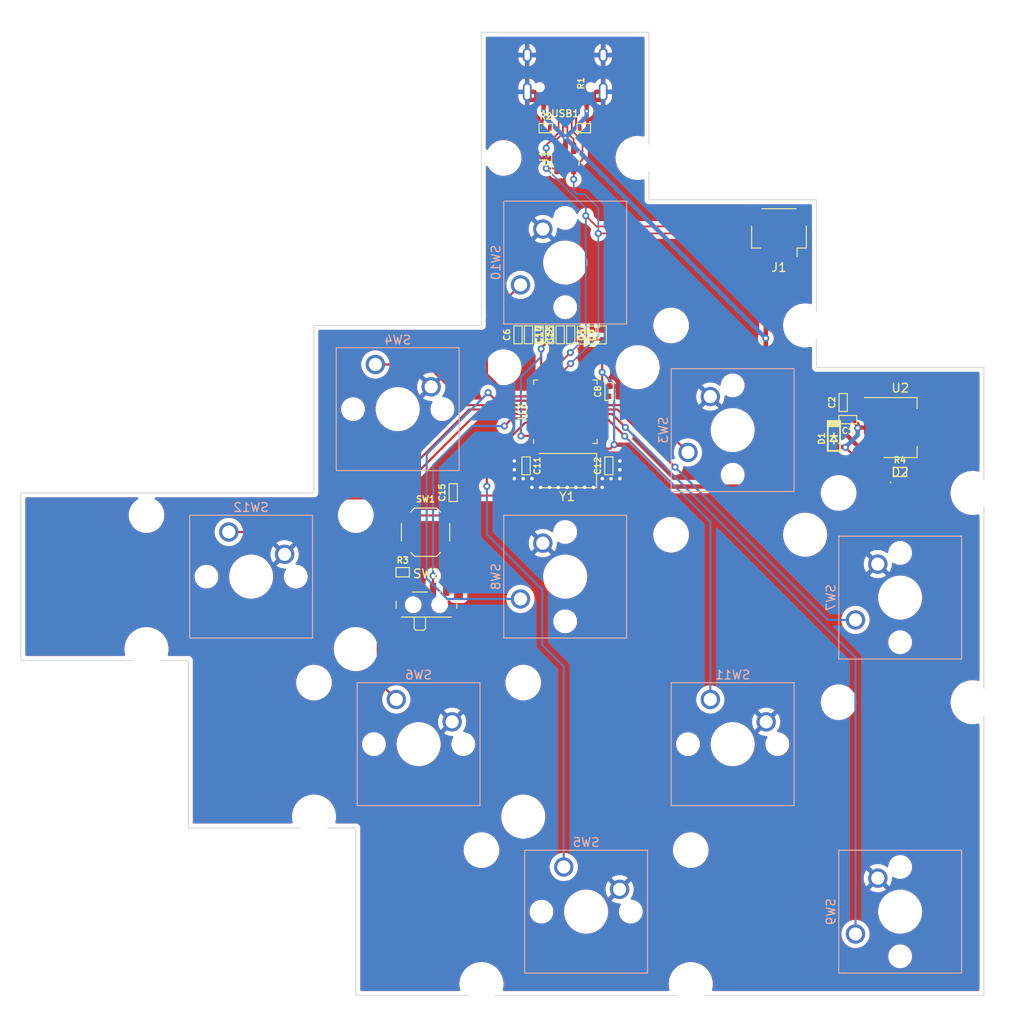
<source format=kicad_pcb>
(kicad_pcb (version 20211014) (generator pcbnew)
  (layers (0 "F.Cu" signal) (31 "B.Cu" signal) (34 "B.Paste" user) (35 "F.Paste" user) (36 "B.SilkS" user "B.Silkscreen") (37 "F.SilkS" user "F.Silkscreen") (38 "B.Mask" user) (39 "F.Mask" user) (44 "Edge.Cuts" user))
  (net 0 "")
  (net 1 "GND")
  (net 2 "+5V")
  (net 3 "Net-(C2-Pad1)")
  (net 4 "+3.3VA")
  (net 5 "/V_CAP")
  (net 6 "/CLK_IN")
  (net 7 "/CLK_OUT")
  (net 8 "/RST")
  (net 9 "/D1+")
  (net 10 "/D1-")
  (net 11 "Net-(R1-Pad2)")
  (net 12 "Net-(R2-Pad2)")
  (net 13 "Net-(R3-Pad2)")
  (net 14 "/BOOT")
  (net 15 "SW_1")
  (net 16 "SW_6")
  (net 17 "SW_7")
  (net 18 "SW_2")
  (net 19 "SW_8")
  (net 20 "SW_3")
  (net 21 "SW_9")
  (net 22 "SW_4")
  (net 23 "SW_10")
  (net 24 "SW_5")
  (net 50 "Net-(D2-Pad2)")
  (footprint "Keebio-Parts:C_0402" (layer "F.Cu") (at 154.21 79.65 90)
    (fp_text reference "C9")
    (fp_text value "0.1u")
  )
  (footprint "Keebio-Parts:HRO-TYPE-C-31-M-12-Assembly" (layer "F.Cu") (at 154.78125 45.2375 180)
    (fp_text reference "USB1")
    (fp_text value "C167321")
  )
  (footprint "Keebio-Parts:R_0402" (layer "F.Cu") (at 152.575 56.15)
    (fp_text reference "R2")
    (fp_text value "5.1k")
  )
  (footprint "Package_DFN_QFN:QFN-48-1EP_7x7mm_P0.5mm_EP5.6x5.6mm" (layer "F.Cu") (at 154.8 88.4 90)
    (fp_text reference "U3")
    (fp_text value "STM32F411CEUx")
  )
  (footprint "Keebio-Parts:C_0402" (layer "F.Cu") (at 158.99 79.67 90)
    (fp_text reference "C3")
    (fp_text value "4.7u")
  )
  (footprint "Keebio-Parts:C_0402" (layer "F.Cu") (at 155.41 79.65 -90)
    (fp_text reference "C5")
    (fp_text value "0.1u")
  )
  (footprint "Diode_SMD:D_0402_1005Metric" (layer "F.Cu") (at 192.88125 96.440625)
    (fp_text reference "D2")
    (fp_text value "LED")
  )
  (footprint "Keebio-Parts:C_0402" (layer "F.Cu") (at 142.05 97.6 90)
    (fp_text reference "C15")
    (fp_text value "0.1u")
  )
  (footprint "Connector_JST:JST_SH_SM04B-SRSS-TB_1x04-1MP_P1.00mm_Horizontal" (layer "F.Cu") (at 179.1 68 180)
    (fp_text reference "J1")
    (fp_text value "JST")
  )
  (footprint "Keebio-Parts:C_0402" (layer "F.Cu") (at 150.33 94.55 -90)
    (fp_text reference "C11")
    (fp_text value "30p")
  )
  (footprint "Keebio-Parts:C_0402" (layer "F.Cu") (at 186.928125 89.296875 180)
    (fp_text reference "C1")
    (fp_text value "22u")
  )
  (footprint "Keebio-Parts:SW_SPST_TL3342" (layer "F.Cu") (at 138.9 102.1)
    (fp_text reference "SW1")
    (fp_text value "SW_Push")
  )
  (footprint "Keebio-Parts:C_0402" (layer "F.Cu") (at 157.81 79.67 90)
    (fp_text reference "C4")
    (fp_text value "4.7u")
  )
  (footprint "Keebio-Parts:C_0402" (layer "F.Cu") (at 149.425 79.65 90)
    (fp_text reference "C6")
    (fp_text value "0.1u")
  )
  (footprint "Keebio-Parts:C_0402" (layer "F.Cu") (at 159.75 94.55 90)
    (fp_text reference "C12")
    (fp_text value "30p")
  )
  (footprint "Keebio-Parts:C_0402" (layer "F.Cu") (at 150.61 79.65 -90)
    (fp_text reference "C14")
    (fp_text value "0.1u")
  )
  (footprint "Keebio-Parts:C_0402" (layer "F.Cu") (at 159.775 86.1 90)
    (fp_text reference "C8")
    (fp_text value "4.7u")
  )
  (footprint "Keebio-Parts:C_0402" (layer "F.Cu") (at 151.81 79.65 -90)
    (fp_text reference "C13")
    (fp_text value "0.1u")
  )
  (footprint "Keebio-Parts:D_0805" (layer "F.Cu") (at 185.35 91.45 -90)
    (fp_text reference "D1")
    (fp_text value "D_Small" hide)
  )
  (footprint "Button_Switch_SMD:SW_SPDT_PCM12" (layer "F.Cu") (at 139 110.025)
    (fp_text reference "SW2")
    (fp_text value "SW_SPST")
  )
  (footprint "Crystal:Crystal_SMD_0603-2Pin_6.0x3.5mm" (layer "F.Cu") (at 155 95.1 180)
    (fp_text reference "Y1")
    (fp_text value "Crystal")
  )
  (footprint "Package_TO_SOT_SMD:SOT-223-3_TabPin2" (layer "F.Cu") (at 192.9 90.2)
    (fp_text reference "U2")
    (fp_text value "AMS1117")
  )
  (footprint "Keebio-Parts:C_0402" (layer "F.Cu") (at 156.63 79.69 -90)
    (fp_text reference "C7")
    (fp_text value "0.1u")
  )
  (footprint "Keebio-Parts:C_0402" (layer "F.Cu") (at 186.4 87.35 90)
    (fp_text reference "C2")
    (fp_text value "10u")
  )
  (footprint "Keebio-Parts:C_0402" (layer "F.Cu") (at 153.01 79.65 90)
    (fp_text reference "C10")
    (fp_text value "0.1u")
  )
  (footprint "Keebio-Parts:R_0402" (layer "F.Cu") (at 136.3 106.65)
    (fp_text reference "R3")
    (fp_text value "10k")
  )
  (footprint "Package_TO_SOT_SMD:SOT-23-6" (layer "F.Cu") (at 154.8 59.5875 90)
    (fp_text reference "U1")
    (fp_text value "SRV05-4")
  )
  (footprint "Keebio-Parts:R_0402" (layer "F.Cu") (at 192.84625 95.25)
    (fp_text reference "R4")
    (fp_text value "370")
  )
  (footprint "Keebio-Parts:R_0402" (layer "F.Cu") (at 156.9 56.15 180)
    (fp_text reference "R1")
    (fp_text value "5.1k")
  )
  (footprint "Button_Switch_Keyboard:SW_Cherry_MX_2.75u_PCB" (layer "B.Cu") (at 187.80125 112.0775 -90)
    (fp_text reference "SW7")
    (fp_text value "CherryMX_2.75u_PCB_StabWireBottom")
  )
  (footprint "Button_Switch_Keyboard:SW_Cherry_MX_1.00u_PCB" (layer "B.Cu") (at 171.29125 121.12625 180)
    (fp_text reference "SW11")
    (fp_text value "CherryMX_1.00u_PCB")
  )
  (footprint "Button_Switch_Keyboard:SW_Cherry_MX_2.75u_PCB" (layer "B.Cu") (at 154.6225 140.17625 180)
    (fp_text reference "SW5")
    (fp_text value "CherryMX_2.75u_PCB_StabWireBottom")
  )
  (footprint "Button_Switch_Keyboard:SW_Cherry_MX_1.00u_PCB" (layer "B.Cu") (at 149.70125 109.69625 -90)
    (fp_text reference "SW8")
    (fp_text value "CherryMX_1.00u_PCB")
  )
  (footprint "Button_Switch_Keyboard:SW_Cherry_MX_2.75u_PCB" (layer "B.Cu") (at 149.70125 73.9775 -90)
    (fp_text reference "SW10")
    (fp_text value "CherryMX_2.75u_PCB_StabWireBottom")
  )
  (footprint "Button_Switch_Keyboard:SW_Cherry_MX_2.75u_PCB" (layer "B.Cu") (at 135.5725 121.12625 180)
    (fp_text reference "SW6")
    (fp_text value "CherryMX_2.75u_PCB_StabWireBottom")
  )
  (footprint "Button_Switch_Keyboard:SW_Cherry_MX_2.75u_PCB" (layer "B.Cu") (at 116.5225 102.07625 180)
    (fp_text reference "SW12")
    (fp_text value "CherryMX_2.75u_PCB_StabWireBottom")
  )
  (footprint "Button_Switch_Keyboard:SW_Cherry_MX_2.75u_PCB" (layer "B.Cu") (at 168.75125 93.0275 -90)
    (fp_text reference "SW3")
    (fp_text value "CherryMX_2.75u_PCB_StabWireBottom")
  )
  (footprint "Button_Switch_Keyboard:SW_Cherry_MX_1.00u_PCB" (layer "B.Cu") (at 187.80125 147.79625 -90)
    (fp_text reference "SW9")
    (fp_text value "CherryMX_1.00u_PCB")
  )
  (footprint "Button_Switch_Keyboard:SW_Cherry_MX_1.00u_PCB" (layer "B.Cu") (at 133.19125 83.02625 180)
    (fp_text reference "SW4")
    (fp_text value "CherryMX_1.00u_PCB")
  )
  (gr_line (start 111.91875 135.73125) (end 130.96875 135.73125) (layer "Edge.Cuts") (width 0.1))
  (gr_line (start 164.30625 64.29375) (end 164.30625 45.24375) (layer "Edge.Cuts") (width 0.1))
  (gr_line (start 202.40625 154.78125) (end 202.40625 83.34375) (layer "Edge.Cuts") (width 0.1))
  (gr_line (start 164.30625 45.24375) (end 145.25625 45.24375) (layer "Edge.Cuts") (width 0.1))
  (gr_line (start 145.25625 45.24375) (end 145.25625 78.58125) (layer "Edge.Cuts") (width 0.1))
  (gr_line (start 183.35625 83.34375) (end 183.35625 64.29375) (layer "Edge.Cuts") (width 0.1))
  (gr_line (start 130.96875 154.78125) (end 202.40625 154.78125) (layer "Edge.Cuts") (width 0.1))
  (gr_line (start 126.20625 78.58125) (end 126.20625 97.63125) (layer "Edge.Cuts") (width 0.1))
  (gr_line (start 145.25625 78.58125) (end 126.20625 78.58125) (layer "Edge.Cuts") (width 0.1))
  (gr_line (start 92.86875 116.68125) (end 111.91875 116.68125) (layer "Edge.Cuts") (width 0.1))
  (gr_line (start 130.96875 135.73125) (end 130.96875 154.78125) (layer "Edge.Cuts") (width 0.1))
  (gr_line (start 126.20625 97.63125) (end 92.86875 97.63125) (layer "Edge.Cuts") (width 0.1))
  (gr_line (start 111.91875 116.68125) (end 111.91875 135.73125) (layer "Edge.Cuts") (width 0.1))
  (gr_line (start 92.86875 97.63125) (end 92.86875 116.68125) (layer "Edge.Cuts") (width 0.1))
  (gr_line (start 202.40625 83.34375) (end 183.35625 83.34375) (layer "Edge.Cuts") (width 0.1))
  (gr_line (start 183.35625 64.29375) (end 164.30625 64.29375) (layer "Edge.Cuts") (width 0.1))
  (segment (start 157.05 86.15) (end 154.8 88.4) (width 0.25) (layer "F.Cu") (net 1))
  (segment (start 152.55 84.9625) (end 152.55 86.15) (width 0.25) (layer "F.Cu") (net 1))
  (segment (start 155.55 91.8375) (end 155.55 89.15) (width 0.25) (layer "F.Cu") (net 1))
  (segment (start 155.55 89.15) (end 154.8 88.4) (width 0.25) (layer "F.Cu") (net 1))
  (segment (start 152.55 90.65) (end 154.8 88.4) (width 0.25) (layer "F.Cu") (net 1))
  (segment (start 158.2375 86.15) (end 157.05 86.15) (width 0.25) (layer "F.Cu") (net 1))
  (segment (start 152.55 86.15) (end 154.8 88.4) (width 0.25) (layer "F.Cu") (net 1))
  (segment (start 158.2375 86.15) (end 159.175 86.15) (width 0.25) (layer "F.Cu") (net 1))
  (segment (start 159.175 86.15) (end 159.775 85.55) (width 0.25) (layer "F.Cu") (net 1))
  (segment (start 151.3625 90.65) (end 152.55 90.65) (width 0.25) (layer "F.Cu") (net 1))
  (via (at 155 97) (size 0.8) (drill 0.4) (layers "F.Cu" "B.Cu") (net 1))
  (via (at 152 97) (size 0.8) (drill 0.4) (layers "F.Cu" "B.Cu") (net 1))
  (via (at 154 97) (size 0.8) (drill 0.4) (layers "F.Cu" "B.Cu") (net 1))
  (via (at 158 97) (size 0.8) (drill 0.4) (layers "F.Cu" "B.Cu") (net 1))
  (via (at 151 97) (size 0.8) (drill 0.4) (layers "F.Cu" "B.Cu") (net 1))
  (via (at 159 96) (size 0.8) (drill 0.4) (layers "F.Cu" "B.Cu") (net 1))
  (via (at 149 96) (size 0.8) (drill 0.4) (layers "F.Cu" "B.Cu") (net 1))
  (via (at 150 96) (size 0.8) (drill 0.4) (layers "F.Cu" "B.Cu") (net 1))
  (via (at 153 97) (size 0.8) (drill 0.4) (layers "F.Cu" "B.Cu") (net 1))
  (via (at 149 95) (size 0.8) (drill 0.4) (layers "F.Cu" "B.Cu") (net 1))
  (via (at 161 95) (size 0.8) (drill 0.4) (layers "F.Cu" "B.Cu") (net 1))
  (via (at 151 96) (size 0.8) (drill 0.4) (layers "F.Cu" "B.Cu") (net 1))
  (via (at 159 97) (size 0.8) (drill 0.4) (layers "F.Cu" "B.Cu") (net 1))
  (via (at 157 97) (size 0.8) (drill 0.4) (layers "F.Cu" "B.Cu") (net 1))
  (via (at 161 96) (size 0.8) (drill 0.4) (layers "F.Cu" "B.Cu") (net 1))
  (via (at 149 94) (size 0.8) (drill 0.4) (layers "F.Cu" "B.Cu") (net 1))
  (via (at 156 97) (size 0.8) (drill 0.4) (layers "F.Cu" "B.Cu") (net 1))
  (via (at 161 94) (size 0.8) (drill 0.4) (layers "F.Cu" "B.Cu") (net 1))
  (via (at 160 96) (size 0.8) (drill 0.4) (layers "F.Cu" "B.Cu") (net 1))
  (segment (start 157.23125 52.9325) (end 157.23125 54.21875) (width 0.5) (layer "F.Cu") (net 2))
  (segment (start 185.35 90.5) (end 177.6 82.75) (width 0.5) (layer "F.Cu") (net 2))
  (segment (start 189.75 92.5) (end 188.25 92.5) (width 0.5) (layer "F.Cu") (net 2))
  (segment (start 154.8 58.45) (end 154.8 57.3) (width 0.5) (layer "F.Cu") (net 2))
  (segment (start 186.25 90.5) (end 185.35 90.5) (width 0.5) (layer "F.Cu") (net 2))
  (segment (start 177.6 79.177151) (end 177.6 82.75) (width 0.5) (layer "F.Cu") (net 2))
  (segment (start 188.25 92.5) (end 186.25 90.5) (width 0.5) (layer "F.Cu") (net 2))
  (segment (start 189.35 92.1) (end 189.75 92.5) (width 0.25) (layer "F.Cu") (net 2))
  (segment (start 152.325 52.93875) (end 152.325 54.225) (width 0.5) (layer "F.Cu") (net 2))
  (segment (start 177.6 82.75) (end 177.6 70) (width 0.5) (layer "F.Cu") (net 2))
  (via (at 152.325 54.225) (size 0.5) (drill 0.25) (layers "F.Cu" "B.Cu") (net 2))
  (via (at 177.6 80.05) (size 0.8) (drill 0.4) (layers "F.Cu" "B.Cu") (net 2))
  (via (at 154.8 57.25) (size 0.5) (drill 0.25) (layers "F.Cu" "B.Cu") (net 2))
  (via (at 157.23125 54.21875) (size 0.5) (drill 0.25) (layers "F.Cu" "B.Cu") (net 2))
  (segment (start 154.8 57.25) (end 177.6 80.05) (width 0.5) (layer "B.Cu") (net 2))
  (segment (start 152.325 54.775) (end 154.8 57.25) (width 0.5) (layer "B.Cu") (net 2))
  (segment (start 157.23125 54.21875) (end 157.23125 54.81875) (width 0.5) (layer "B.Cu") (net 2))
  (segment (start 152.325 54.225) (end 152.325 54.775) (width 0.5) (layer "B.Cu") (net 2))
  (segment (start 152.33125 54.21875) (end 152.325 54.225) (width 0.5) (layer "B.Cu") (net 2))
  (segment (start 157.23125 54.81875) (end 154.8 57.25) (width 0.5) (layer "B.Cu") (net 2))
  (segment (start 189.75 87.9) (end 186.4 87.9) (width 0.5) (layer "F.Cu") (net 3))
  (segment (start 158.99 80.22) (end 158.99 83.91) (width 0.25) (layer "F.Cu") (net 4))
  (segment (start 188.1 90.2) (end 188.05 90.25) (width 0.5) (layer "F.Cu") (net 4))
  (segment (start 156.05 91.8375) (end 156.05 92.322328) (width 0.25) (layer "F.Cu") (net 4))
  (segment (start 154.21 80.2) (end 154.31 80.2) (width 0.25) (layer "F.Cu") (net 4))
  (segment (start 189.75 90.2) (end 188.1 90.2) (width 0.5) (layer "F.Cu") (net 4))
  (segment (start 149.51 80.2) (end 150.61 79.1) (width 0.25) (layer "F.Cu") (net 4))
  (segment (start 152.05 81.25) (end 152.05 81.16) (width 0.25) (layer "F.Cu") (net 4))
  (segment (start 159.9 92.6) (end 160.35 92.15) (width 0.25) (layer "F.Cu") (net 4))
  (segment (start 188.05 90.25) (end 188.05 89.86875) (width 0.5) (layer "F.Cu") (net 4))
  (segment (start 159.85 92.6) (end 159.9 92.6) (width 0.25) (layer "F.Cu") (net 4))
  (segment (start 161.95 92.15) (end 160.35 92.15) (width 0.5) (layer "F.Cu") (net 4))
  (segment (start 180.832979 96.917021) (end 166.717021 96.917021) (width 0.5) (layer "F.Cu") (net 4))
  (segment (start 155.45 79.14) (end 155.41 79.1) (width 0.25) (layer "F.Cu") (net 4))
  (segment (start 157.71 80.22) (end 156.63 79.14) (width 0.25) (layer "F.Cu") (net 4))
  (segment (start 185.35 92.4) (end 180.832979 96.917021) (width 0.5) (layer "F.Cu") (net 4))
  (segment (start 156.327672 92.6) (end 159.85 92.6) (width 0.25) (layer "F.Cu") (net 4))
  (segment (start 156.63 79.14) (end 155.45 79.14) (width 0.25) (layer "F.Cu") (net 4))
  (segment (start 150.61 79.1) (end 151.81 79.1) (width 0.25) (layer "F.Cu") (net 4))
  (segment (start 153.01 80.2) (end 152.91 80.2) (width 0.25) (layer "F.Cu") (net 4))
  (segment (start 153.01 80.2) (end 154.21 80.2) (width 0.25) (layer "F.Cu") (net 4))
  (segment (start 151.3625 91.15) (end 149.75 91.15) (width 0.25) (layer "F.Cu") (net 4))
  (segment (start 192.39625 95.25) (end 189.45 95.25) (width 0.25) (layer "F.Cu") (net 4))
  (segment (start 189.45 95.25) (end 186.65 92.45) (width 0.25) (layer "F.Cu") (net 4))
  (segment (start 149.425 80.2) (end 149.51 80.2) (width 0.25) (layer "F.Cu") (net 4))
  (segment (start 166.717021 96.917021) (end 161.95 92.15) (width 0.5) (layer "F.Cu") (net 4))
  (segment (start 188.05 89.86875) (end 187.478125 89.296875) (width 0.5) (layer "F.Cu") (net 4))
  (segment (start 152.91 80.2) (end 151.81 79.1) (width 0.25) (layer "F.Cu") (net 4))
  (segment (start 186.6 92.4) (end 186.65 92.45) (width 0.5) (layer "F.Cu") (net 4))
  (segment (start 152.05 84.9625) (end 152.05 81.25) (width 0.25) (layer "F.Cu") (net 4))
  (segment (start 154.31 80.2) (end 155.41 79.1) (width 0.25) (layer "F.Cu") (net 4))
  (segment (start 158.99 84.8975) (end 158.2375 85.65) (width 0.25) (layer "F.Cu") (net 4))
  (segment (start 156.05 92.322328) (end 156.327672 92.6) (width 0.25) (layer "F.Cu") (net 4))
  (segment (start 158.99 83.91) (end 158.99 84.8975) (width 0.25) (layer "F.Cu") (net 4))
  (segment (start 157.81 80.22) (end 157.71 80.22) (width 0.25) (layer "F.Cu") (net 4))
  (segment (start 185.35 92.4) (end 186.6 92.4) (width 0.5) (layer "F.Cu") (net 4))
  (segment (start 157.81 80.22) (end 158.99 80.22) (width 0.25) (layer "F.Cu") (net 4))
  (segment (start 152.05 81.16) (end 153.01 80.2) (width 0.25) (layer "F.Cu") (net 4))
  (via (at 188.05 90.25) (size 0.8) (drill 0.4) (layers "F.Cu" "B.Cu") (net 4))
  (via (at 158.99 83.91) (size 0.8) (drill 0.4) (layers "F.Cu" "B.Cu") (net 4))
  (via (at 186.65 92.45) (size 0.8) (drill 0.4) (layers "F.Cu" "B.Cu") (net 4))
  (via (at 149.75 91.15) (size 0.8) (drill 0.4) (layers "F.Cu" "B.Cu") (net 4))
  (via (at 160.35 92.15) (size 0.8) (drill 0.4) (layers "F.Cu" "B.Cu") (net 4))
  (via (at 152.05 81.25) (size 0.8) (drill 0.4) (layers "F.Cu" "B.Cu") (net 4))
  (segment (start 188.05 90.25) (end 188.05 91.05) (width 0.5) (layer "B.Cu") (net 4))
  (segment (start 152.05 82.15) (end 152.05 81.25) (width 0.25) (layer "B.Cu") (net 4))
  (segment (start 149.75 84.45) (end 152.05 82.15) (width 0.25) (layer "B.Cu") (net 4))
  (segment (start 160.35 85.3) (end 159 83.95) (width 0.25) (layer "B.Cu") (net 4))
  (segment (start 188.05 91.05) (end 186.65 92.45) (width 0.5) (layer "B.Cu") (net 4))
  (segment (start 149.75 91.15) (end 149.75 84.45) (width 0.25) (layer "B.Cu") (net 4))
  (segment (start 152.05 81.25) (end 152.05 81.15) (width 0.25) (layer "B.Cu") (net 4))
  (segment (start 160.35 92.15) (end 160.35 85.3) (width 0.25) (layer "B.Cu") (net 4))
  (segment (start 159.775 86.65) (end 158.2375 86.65) (width 0.25) (layer "F.Cu") (net 5))
  (segment (start 154.05 91.8375) (end 154.05 93.85) (width 0.25) (layer "F.Cu") (net 6))
  (segment (start 154.05 93.85) (end 152.8 95.1) (width 0.25) (layer "F.Cu") (net 6))
  (segment (start 150.33 95.1) (end 152.8 95.1) (width 0.25) (layer "F.Cu") (net 6))
  (segment (start 154.55 93.84) (end 155.81 95.1) (width 0.25) (layer "F.Cu") (net 7))
  (segment (start 154.55 91.8375) (end 154.55 93.84) (width 0.25) (layer "F.Cu") (net 7))
  (segment (start 159.65 95.1) (end 157.2 95.1) (width 0.25) (layer "F.Cu") (net 7))
  (segment (start 155.81 95.1) (end 157.2 95.1) (width 0.25) (layer "F.Cu") (net 7))
  (segment (start 135.75 100.2) (end 142.05 100.2) (width 0.25) (layer "F.Cu") (net 8))
  (segment (start 144.31 97.94) (end 160.084614 97.94) (width 0.25) (layer "F.Cu") (net 8))
  (segment (start 161.3 93.05) (end 155.777672 93.05) (width 0.25) (layer "F.Cu") (net 8))
  (segment (start 160.084614 97.94) (end 161.9 96.124614) (width 0.25) (layer "F.Cu") (net 8))
  (segment (start 142.05 100.2) (end 144.31 97.94) (width 0.25) (layer "F.Cu") (net 8))
  (segment (start 161.9 93.65) (end 161.3 93.05) (width 0.25) (layer "F.Cu") (net 8))
  (segment (start 155.777672 93.05) (end 155.05 92.322328) (width 0.25) (layer "F.Cu") (net 8))
  (segment (start 161.9 96.124614) (end 161.9 93.65) (width 0.25) (layer "F.Cu") (net 8))
  (segment (start 155.05 92.322328) (end 155.05 91.8375) (width 0.25) (layer "F.Cu") (net 8))
  (segment (start 142.05 98.15) (end 142.05 100.2) (width 0.25) (layer "F.Cu") (net 8))
  (segment (start 153.55 84.9625) (end 153.55 83.5) (width 0.2) (layer "F.Cu") (net 9))
  (segment (start 155.03125 52.9325) (end 155.03125 56.704123) (width 0.2) (layer "F.Cu") (net 9))
  (segment (start 154.03125 56.676617) (end 154.03125 52.9325) (width 0.2) (layer "F.Cu") (net 9))
  (segment (start 155.03125 56.704123) (end 155.75 57.422873) (width 0.2) (layer "F.Cu") (net 9))
  (segment (start 179.6 69.4) (end 179.6 70) (width 0.2) (layer "F.Cu") (net 9))
  (segment (start 177.52452 67.32452) (end 179.6 69.4) (width 0.2) (layer "F.Cu") (net 9))
  (segment (start 155.75 57.422873) (end 155.75 58.45) (width 0.2) (layer "F.Cu") (net 9))
  (segment (start 153.55 83.5) (end 155.375 81.675) (width 0.2) (layer "F.Cu") (net 9))
  (segment (start 152.625 58.082867) (end 154.03125 56.676617) (width 0.2) (layer "F.Cu") (net 9))
  (segment (start 152.625 58.425) (end 152.625 58.082867) (width 0.2) (layer "F.Cu") (net 9))
  (segment (start 157.130771 66.119229) (end 158.336062 67.32452) (width 0.2) (layer "F.Cu") (net 9))
  (segment (start 158.336062 67.32452) (end 177.52452 67.32452) (width 0.2) (layer "F.Cu") (net 9))
  (segment (start 152.625 60.725) (end 153.85 60.725) (width 0.2) (layer "F.Cu") (net 9))
  (via (at 155.375 81.675) (size 0.8) (drill 0.4) (layers "F.Cu" "B.Cu") (net 9))
  (via (at 157.130771 66.119229) (size 0.8) (drill 0.4) (layers "F.Cu" "B.Cu") (net 9))
  (via (at 152.625 60.725) (size 0.8) (drill 0.4) (layers "F.Cu" "B.Cu") (net 9))
  (via (at 152.625 58.425) (size 0.8) (drill 0.4) (layers "F.Cu" "B.Cu") (net 9))
  (segment (start 157.130771 65.230771) (end 152.625 60.725) (width 0.2) (layer "B.Cu") (net 9))
  (segment (start 152.625 58.425) (end 152.625 60.725) (width 0.2) (layer "B.Cu") (net 9))
  (segment (start 155.375 81.675) (end 157.130771 79.919229) (width 0.2) (layer "B.Cu") (net 9))
  (segment (start 157.130771 79.919229) (end 157.130771 66.119229) (width 0.2) (layer "B.Cu") (net 9))
  (segment (start 157.130771 66.119229) (end 157.130771 65.230771) (width 0.2) (layer "B.Cu") (net 9))
  (segment (start 178.6 69.589283) (end 178.6 70) (width 0.2) (layer "F.Cu") (net 10))
  (segment (start 156.75 59.725) (end 155.75 60.725) (width 0.2) (layer "F.Cu") (net 10))
  (segment (start 156.75 57.625) (end 156.75 59.725) (width 0.2) (layer "F.Cu") (net 10))
  (segment (start 153.85 57.422873) (end 153.85 58.45) (width 0.2) (layer "F.Cu") (net 10))
  (segment (start 154.53125 56.741623) (end 153.85 57.422873) (width 0.2) (layer "F.Cu") (net 10))
  (segment (start 177.135717 68.125) (end 178.6 69.589283) (width 0.2) (layer "F.Cu") (net 10))
  (segment (start 158.55 68.125) (end 177.135717 68.125) (width 0.2) (layer "F.Cu") (net 10))
  (segment (start 154.05 84.275) (end 155.4 82.925) (width 0.2) (layer "F.Cu") (net 10))
  (segment (start 154.05 84.9625) (end 154.05 84.275) (width 0.2) (layer "F.Cu") (net 10))
  (segment (start 155.53125 56.40625) (end 156.75 57.625) (width 0.2) (layer "F.Cu") (net 10))
  (segment (start 154.53125 52.9325) (end 154.53125 56.741623) (width 0.2) (layer "F.Cu") (net 10))
  (segment (start 155.53125 52.9325) (end 155.53125 56.40625) (width 0.2) (layer "F.Cu") (net 10))
  (segment (start 155.75 61.975) (end 155.75 60.725) (width 0.2) (layer "F.Cu") (net 10))
  (via (at 155.75 61.975) (size 0.8) (drill 0.4) (layers "F.Cu" "B.Cu") (net 10))
  (via (at 158.55 68.125) (size 0.8) (drill 0.4) (layers "F.Cu" "B.Cu") (net 10))
  (via (at 155.4 82.925) (size 0.8) (drill 0.4) (layers "F.Cu" "B.Cu") (net 10))
  (segment (start 156.125 63.65) (end 155.75 63.275) (width 0.2) (layer "B.Cu") (net 10))
  (segment (start 155.4 82.925) (end 158.55 79.775) (width 0.2) (layer "B.Cu") (net 10))
  (segment (start 155.75 63.275) (end 155.75 61.975) (width 0.2) (layer "B.Cu") (net 10))
  (segment (start 158.55 65.225) (end 156.975 63.65) (width 0.2) (layer "B.Cu") (net 10))
  (segment (start 158.55 68.125) (end 158.55 65.225) (width 0.2) (layer "B.Cu") (net 10))
  (segment (start 158.55 79.775) (end 158.55 68.125) (width 0.2) (layer "B.Cu") (net 10))
  (segment (start 156.975 63.65) (end 156.125 63.65) (width 0.2) (layer "B.Cu") (net 10))
  (segment (start 156.03125 55.73125) (end 156.45 56.15) (width 0.25) (layer "F.Cu") (net 11))
  (segment (start 156.03125 52.9325) (end 156.03125 55.73125) (width 0.25) (layer "F.Cu") (net 11))
  (segment (start 153.025 52.93875) (end 153.03125 52.9325) (width 0.25) (layer "F.Cu") (net 12))
  (segment (start 153.025 56.0875) (end 153.025 52.93875) (width 0.25) (layer "F.Cu") (net 12))
  (segment (start 136.75 108.595) (end 136.75 106.65) (width 0.25) (layer "F.Cu") (net 13))
  (segment (start 139.75 107.05) (end 139.75 108.595) (width 0.25) (layer "F.Cu") (net 14))
  (segment (start 148.75 89.15) (end 147.875 90.025) (width 0.25) (layer "F.Cu") (net 14))
  (segment (start 151.3625 89.15) (end 148.75 89.15) (width 0.25) (layer "F.Cu") (net 14))
  (via (at 147.875 90.025) (size 0.8) (drill 0.4) (layers "F.Cu" "B.Cu") (net 14))
  (via (at 139.75 107.05) (size 0.8) (drill 0.4) (layers "F.Cu" "B.Cu") (net 14))
  (segment (start 147.875 90.025) (end 144.225 90.025) (width 0.25) (layer "B.Cu") (net 14))
  (segment (start 144.225 90.025) (end 139.75 94.5) (width 0.25) (layer "B.Cu") (net 14))
  (segment (start 139.75 94.5) (end 139.75 107.05) (width 0.25) (layer "B.Cu") (net 14))
  (segment (start 163.37375 87.65) (end 168.75125 93.0275) (width 0.25) (layer "F.Cu") (net 15))
  (segment (start 158.2375 87.65) (end 163.37375 87.65) (width 0.25) (layer "F.Cu") (net 15))
  (segment (start 139.015814 83.02625) (end 133.19125 83.02625) (width 0.25) (layer "F.Cu") (net 16))
  (segment (start 151.3625 87.65) (end 143.639564 87.65) (width 0.25) (layer "F.Cu") (net 16))
  (segment (start 143.639564 87.65) (end 139.015814 83.02625) (width 0.25) (layer "F.Cu") (net 16))
  (segment (start 150.225386 89.65) (end 145.875 94.000386) (width 0.25) (layer "F.Cu") (net 17))
  (segment (start 151.3625 89.65) (end 150.225386 89.65) (width 0.25) (layer "F.Cu") (net 17))
  (segment (start 145.875 94.000386) (end 145.875 96.875) (width 0.25) (layer "F.Cu") (net 17))
  (via (at 145.875 96.875) (size 0.8) (drill 0.4) (layers "F.Cu" "B.Cu") (net 17))
  (segment (start 152.175 114.925) (end 154.6225 117.3725) (width 0.25) (layer "B.Cu") (net 17))
  (segment (start 145.875 96.875) (end 145.875 102.35) (width 0.25) (layer "B.Cu") (net 17))
  (segment (start 152.175 108.65) (end 152.175 114.925) (width 0.25) (layer "B.Cu") (net 17))
  (segment (start 154.6225 117.3725) (end 154.6225 140.17625) (width 0.25) (layer "B.Cu") (net 17))
  (segment (start 145.875 102.35) (end 152.175 108.65) (width 0.25) (layer "B.Cu") (net 17))
  (segment (start 151.3625 88.65) (end 144.65 88.65) (width 0.25) (layer "F.Cu") (net 18))
  (segment (start 133.475 99.825) (end 133.475 119.05) (width 0.25) (layer "F.Cu") (net 18))
  (segment (start 133.49625 119.05) (end 135.5725 121.12625) (width 0.25) (layer "F.Cu") (net 18))
  (segment (start 133.475 119.05) (end 133.49625 119.05) (width 0.25) (layer "F.Cu") (net 18))
  (segment (start 144.65 88.65) (end 133.475 99.825) (width 0.25) (layer "F.Cu") (net 18))
  (segment (start 160.725 88.15) (end 167.275 94.7) (width 0.25) (layer "F.Cu") (net 19))
  (segment (start 158.2375 88.15) (end 160.725 88.15) (width 0.25) (layer "F.Cu") (net 19))
  (via (at 167.275 94.7) (size 0.8) (drill 0.4) (layers "F.Cu" "B.Cu") (net 19))
  (segment (start 184.6525 112.0775) (end 187.80125 112.0775) (width 0.25) (layer "B.Cu") (net 19))
  (segment (start 167.275 94.7) (end 184.6525 112.0775) (width 0.25) (layer "B.Cu") (net 19))
  (segment (start 146.925 87.15) (end 146.0125 86.2375) (width 0.25) (layer "F.Cu") (net 20))
  (segment (start 151.3625 87.15) (end 146.925 87.15) (width 0.25) (layer "F.Cu") (net 20))
  (via (at 146.0125 86.2375) (size 0.8) (drill 0.4) (layers "F.Cu" "B.Cu") (net 20))
  (segment (start 146.0125 86.2375) (end 139.025489 93.224511) (width 0.25) (layer "B.Cu") (net 20))
  (segment (start 139.025489 93.224511) (end 139.025489 107.350103) (width 0.25) (layer "B.Cu") (net 20))
  (segment (start 141.371636 109.69625) (end 149.70125 109.69625) (width 0.25) (layer "B.Cu") (net 20))
  (segment (start 139.025489 107.350103) (end 141.371636 109.69625) (width 0.25) (layer "B.Cu") (net 20))
  (segment (start 160.1 88.65) (end 161.625 90.175) (width 0.25) (layer "F.Cu") (net 21))
  (segment (start 158.2375 88.65) (end 160.1 88.65) (width 0.25) (layer "F.Cu") (net 21))
  (via (at 161.625 90.175) (size 0.8) (drill 0.4) (layers "F.Cu" "B.Cu") (net 21))
  (segment (start 187.80125 116.35125) (end 187.80125 147.79625) (width 0.25) (layer "B.Cu") (net 21))
  (segment (start 161.625 90.175) (end 187.80125 116.35125) (width 0.25) (layer "B.Cu") (net 21))
  (segment (start 151.3625 86.65) (end 148.407421 86.65) (width 0.25) (layer "F.Cu") (net 22))
  (segment (start 145.881729 84.124308) (end 145.881729 77.797021) (width 0.25) (layer "F.Cu") (net 22))
  (segment (start 148.407421 86.65) (end 145.881729 84.124308) (width 0.25) (layer "F.Cu") (net 22))
  (segment (start 145.881729 77.797021) (end 149.70125 73.9775) (width 0.25) (layer "F.Cu") (net 22))
  (segment (start 159.525 89.15) (end 158.2375 89.15) (width 0.25) (layer "F.Cu") (net 23))
  (segment (start 161.55 91.175) (end 159.525 89.15) (width 0.25) (layer "F.Cu") (net 23))
  (via (at 161.55 91.175) (size 0.8) (drill 0.4) (layers "F.Cu" "B.Cu") (net 23))
  (segment (start 171.29125 100.91625) (end 171.29125 121.12625) (width 0.25) (layer "B.Cu") (net 23))
  (segment (start 161.55 91.175) (end 171.29125 100.91625) (width 0.25) (layer "B.Cu") (net 23))
  (segment (start 128.218271 98.256729) (end 124.39875 102.07625) (width 0.25) (layer "F.Cu") (net 24))
  (segment (start 151.3625 88.15) (end 143.875 88.15) (width 0.25) (layer "F.Cu") (net 24))
  (segment (start 133.768271 98.256729) (end 128.218271 98.256729) (width 0.25) (layer "F.Cu") (net 24))
  (segment (start 124.39875 102.07625) (end 116.5225 102.07625) (width 0.25) (layer "F.Cu") (net 24))
  (segment (start 143.875 88.15) (end 133.768271 98.256729) (width 0.25) (layer "F.Cu") (net 24))
  (segment (start 193.36625 96.440625) (end 193.36625 95.32) (width 0.25) (layer "F.Cu") (net 50))
  (zone (net 1) (net_name "GND") (layers F&B.Cu) (connect_pads (clearance 0.508)) (min_thickness 0.254) (fill yes (thermal_gap 0.508) (thermal_bridge_width 0.508))
    (polygon (pts (xy 205.95 158.075) (xy 90.5 158.075) (xy 90.5 41.575) (xy 205.95 41.575)))
  )
)
</source>
